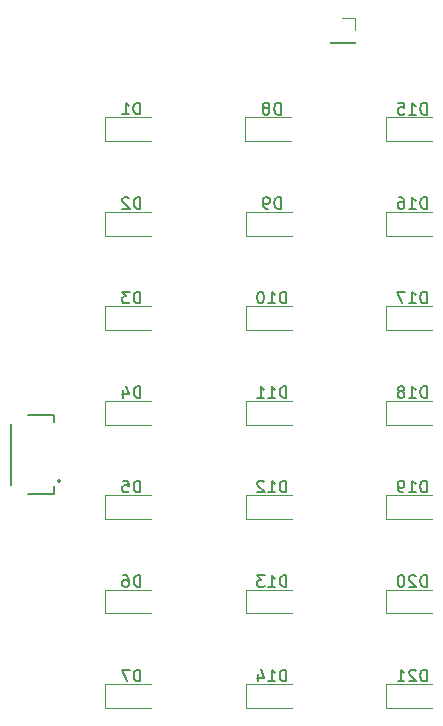
<source format=gbr>
%TF.GenerationSoftware,KiCad,Pcbnew,(6.0.4)*%
%TF.CreationDate,2022-10-14T21:25:15-05:00*%
%TF.ProjectId,KeyPad,4b657950-6164-42e6-9b69-6361645f7063,rev?*%
%TF.SameCoordinates,Original*%
%TF.FileFunction,Legend,Bot*%
%TF.FilePolarity,Positive*%
%FSLAX46Y46*%
G04 Gerber Fmt 4.6, Leading zero omitted, Abs format (unit mm)*
G04 Created by KiCad (PCBNEW (6.0.4)) date 2022-10-14 21:25:15*
%MOMM*%
%LPD*%
G01*
G04 APERTURE LIST*
%ADD10C,0.150000*%
%ADD11C,0.120000*%
%ADD12C,0.127000*%
%ADD13C,0.200000*%
G04 APERTURE END LIST*
D10*
%TO.C,D14*%
X155914285Y-122752380D02*
X155914285Y-121752380D01*
X155676190Y-121752380D01*
X155533333Y-121800000D01*
X155438095Y-121895238D01*
X155390476Y-121990476D01*
X155342857Y-122180952D01*
X155342857Y-122323809D01*
X155390476Y-122514285D01*
X155438095Y-122609523D01*
X155533333Y-122704761D01*
X155676190Y-122752380D01*
X155914285Y-122752380D01*
X154390476Y-122752380D02*
X154961904Y-122752380D01*
X154676190Y-122752380D02*
X154676190Y-121752380D01*
X154771428Y-121895238D01*
X154866666Y-121990476D01*
X154961904Y-122038095D01*
X153533333Y-122085714D02*
X153533333Y-122752380D01*
X153771428Y-121704761D02*
X154009523Y-122419047D01*
X153390476Y-122419047D01*
%TO.C,D5*%
X143538095Y-106752380D02*
X143538095Y-105752380D01*
X143300000Y-105752380D01*
X143157142Y-105800000D01*
X143061904Y-105895238D01*
X143014285Y-105990476D01*
X142966666Y-106180952D01*
X142966666Y-106323809D01*
X143014285Y-106514285D01*
X143061904Y-106609523D01*
X143157142Y-106704761D01*
X143300000Y-106752380D01*
X143538095Y-106752380D01*
X142061904Y-105752380D02*
X142538095Y-105752380D01*
X142585714Y-106228571D01*
X142538095Y-106180952D01*
X142442857Y-106133333D01*
X142204761Y-106133333D01*
X142109523Y-106180952D01*
X142061904Y-106228571D01*
X142014285Y-106323809D01*
X142014285Y-106561904D01*
X142061904Y-106657142D01*
X142109523Y-106704761D01*
X142204761Y-106752380D01*
X142442857Y-106752380D01*
X142538095Y-106704761D01*
X142585714Y-106657142D01*
%TO.C,D9*%
X155438095Y-82752380D02*
X155438095Y-81752380D01*
X155200000Y-81752380D01*
X155057142Y-81800000D01*
X154961904Y-81895238D01*
X154914285Y-81990476D01*
X154866666Y-82180952D01*
X154866666Y-82323809D01*
X154914285Y-82514285D01*
X154961904Y-82609523D01*
X155057142Y-82704761D01*
X155200000Y-82752380D01*
X155438095Y-82752380D01*
X154390476Y-82752380D02*
X154200000Y-82752380D01*
X154104761Y-82704761D01*
X154057142Y-82657142D01*
X153961904Y-82514285D01*
X153914285Y-82323809D01*
X153914285Y-81942857D01*
X153961904Y-81847619D01*
X154009523Y-81800000D01*
X154104761Y-81752380D01*
X154295238Y-81752380D01*
X154390476Y-81800000D01*
X154438095Y-81847619D01*
X154485714Y-81942857D01*
X154485714Y-82180952D01*
X154438095Y-82276190D01*
X154390476Y-82323809D01*
X154295238Y-82371428D01*
X154104761Y-82371428D01*
X154009523Y-82323809D01*
X153961904Y-82276190D01*
X153914285Y-82180952D01*
%TO.C,D3*%
X143538095Y-90752380D02*
X143538095Y-89752380D01*
X143300000Y-89752380D01*
X143157142Y-89800000D01*
X143061904Y-89895238D01*
X143014285Y-89990476D01*
X142966666Y-90180952D01*
X142966666Y-90323809D01*
X143014285Y-90514285D01*
X143061904Y-90609523D01*
X143157142Y-90704761D01*
X143300000Y-90752380D01*
X143538095Y-90752380D01*
X142633333Y-89752380D02*
X142014285Y-89752380D01*
X142347619Y-90133333D01*
X142204761Y-90133333D01*
X142109523Y-90180952D01*
X142061904Y-90228571D01*
X142014285Y-90323809D01*
X142014285Y-90561904D01*
X142061904Y-90657142D01*
X142109523Y-90704761D01*
X142204761Y-90752380D01*
X142490476Y-90752380D01*
X142585714Y-90704761D01*
X142633333Y-90657142D01*
%TO.C,D10*%
X155914285Y-90752380D02*
X155914285Y-89752380D01*
X155676190Y-89752380D01*
X155533333Y-89800000D01*
X155438095Y-89895238D01*
X155390476Y-89990476D01*
X155342857Y-90180952D01*
X155342857Y-90323809D01*
X155390476Y-90514285D01*
X155438095Y-90609523D01*
X155533333Y-90704761D01*
X155676190Y-90752380D01*
X155914285Y-90752380D01*
X154390476Y-90752380D02*
X154961904Y-90752380D01*
X154676190Y-90752380D02*
X154676190Y-89752380D01*
X154771428Y-89895238D01*
X154866666Y-89990476D01*
X154961904Y-90038095D01*
X153771428Y-89752380D02*
X153676190Y-89752380D01*
X153580952Y-89800000D01*
X153533333Y-89847619D01*
X153485714Y-89942857D01*
X153438095Y-90133333D01*
X153438095Y-90371428D01*
X153485714Y-90561904D01*
X153533333Y-90657142D01*
X153580952Y-90704761D01*
X153676190Y-90752380D01*
X153771428Y-90752380D01*
X153866666Y-90704761D01*
X153914285Y-90657142D01*
X153961904Y-90561904D01*
X154009523Y-90371428D01*
X154009523Y-90133333D01*
X153961904Y-89942857D01*
X153914285Y-89847619D01*
X153866666Y-89800000D01*
X153771428Y-89752380D01*
%TO.C,D12*%
X155914285Y-106752380D02*
X155914285Y-105752380D01*
X155676190Y-105752380D01*
X155533333Y-105800000D01*
X155438095Y-105895238D01*
X155390476Y-105990476D01*
X155342857Y-106180952D01*
X155342857Y-106323809D01*
X155390476Y-106514285D01*
X155438095Y-106609523D01*
X155533333Y-106704761D01*
X155676190Y-106752380D01*
X155914285Y-106752380D01*
X154390476Y-106752380D02*
X154961904Y-106752380D01*
X154676190Y-106752380D02*
X154676190Y-105752380D01*
X154771428Y-105895238D01*
X154866666Y-105990476D01*
X154961904Y-106038095D01*
X154009523Y-105847619D02*
X153961904Y-105800000D01*
X153866666Y-105752380D01*
X153628571Y-105752380D01*
X153533333Y-105800000D01*
X153485714Y-105847619D01*
X153438095Y-105942857D01*
X153438095Y-106038095D01*
X153485714Y-106180952D01*
X154057142Y-106752380D01*
X153438095Y-106752380D01*
%TO.C,D17*%
X167814285Y-90752380D02*
X167814285Y-89752380D01*
X167576190Y-89752380D01*
X167433333Y-89800000D01*
X167338095Y-89895238D01*
X167290476Y-89990476D01*
X167242857Y-90180952D01*
X167242857Y-90323809D01*
X167290476Y-90514285D01*
X167338095Y-90609523D01*
X167433333Y-90704761D01*
X167576190Y-90752380D01*
X167814285Y-90752380D01*
X166290476Y-90752380D02*
X166861904Y-90752380D01*
X166576190Y-90752380D02*
X166576190Y-89752380D01*
X166671428Y-89895238D01*
X166766666Y-89990476D01*
X166861904Y-90038095D01*
X165957142Y-89752380D02*
X165290476Y-89752380D01*
X165719047Y-90752380D01*
%TO.C,D19*%
X167814285Y-106752380D02*
X167814285Y-105752380D01*
X167576190Y-105752380D01*
X167433333Y-105800000D01*
X167338095Y-105895238D01*
X167290476Y-105990476D01*
X167242857Y-106180952D01*
X167242857Y-106323809D01*
X167290476Y-106514285D01*
X167338095Y-106609523D01*
X167433333Y-106704761D01*
X167576190Y-106752380D01*
X167814285Y-106752380D01*
X166290476Y-106752380D02*
X166861904Y-106752380D01*
X166576190Y-106752380D02*
X166576190Y-105752380D01*
X166671428Y-105895238D01*
X166766666Y-105990476D01*
X166861904Y-106038095D01*
X165814285Y-106752380D02*
X165623809Y-106752380D01*
X165528571Y-106704761D01*
X165480952Y-106657142D01*
X165385714Y-106514285D01*
X165338095Y-106323809D01*
X165338095Y-105942857D01*
X165385714Y-105847619D01*
X165433333Y-105800000D01*
X165528571Y-105752380D01*
X165719047Y-105752380D01*
X165814285Y-105800000D01*
X165861904Y-105847619D01*
X165909523Y-105942857D01*
X165909523Y-106180952D01*
X165861904Y-106276190D01*
X165814285Y-106323809D01*
X165719047Y-106371428D01*
X165528571Y-106371428D01*
X165433333Y-106323809D01*
X165385714Y-106276190D01*
X165338095Y-106180952D01*
%TO.C,D13*%
X155914285Y-114752380D02*
X155914285Y-113752380D01*
X155676190Y-113752380D01*
X155533333Y-113800000D01*
X155438095Y-113895238D01*
X155390476Y-113990476D01*
X155342857Y-114180952D01*
X155342857Y-114323809D01*
X155390476Y-114514285D01*
X155438095Y-114609523D01*
X155533333Y-114704761D01*
X155676190Y-114752380D01*
X155914285Y-114752380D01*
X154390476Y-114752380D02*
X154961904Y-114752380D01*
X154676190Y-114752380D02*
X154676190Y-113752380D01*
X154771428Y-113895238D01*
X154866666Y-113990476D01*
X154961904Y-114038095D01*
X154057142Y-113752380D02*
X153438095Y-113752380D01*
X153771428Y-114133333D01*
X153628571Y-114133333D01*
X153533333Y-114180952D01*
X153485714Y-114228571D01*
X153438095Y-114323809D01*
X153438095Y-114561904D01*
X153485714Y-114657142D01*
X153533333Y-114704761D01*
X153628571Y-114752380D01*
X153914285Y-114752380D01*
X154009523Y-114704761D01*
X154057142Y-114657142D01*
%TO.C,D21*%
X167814285Y-122752380D02*
X167814285Y-121752380D01*
X167576190Y-121752380D01*
X167433333Y-121800000D01*
X167338095Y-121895238D01*
X167290476Y-121990476D01*
X167242857Y-122180952D01*
X167242857Y-122323809D01*
X167290476Y-122514285D01*
X167338095Y-122609523D01*
X167433333Y-122704761D01*
X167576190Y-122752380D01*
X167814285Y-122752380D01*
X166861904Y-121847619D02*
X166814285Y-121800000D01*
X166719047Y-121752380D01*
X166480952Y-121752380D01*
X166385714Y-121800000D01*
X166338095Y-121847619D01*
X166290476Y-121942857D01*
X166290476Y-122038095D01*
X166338095Y-122180952D01*
X166909523Y-122752380D01*
X166290476Y-122752380D01*
X165338095Y-122752380D02*
X165909523Y-122752380D01*
X165623809Y-122752380D02*
X165623809Y-121752380D01*
X165719047Y-121895238D01*
X165814285Y-121990476D01*
X165909523Y-122038095D01*
%TO.C,D6*%
X143538095Y-114752380D02*
X143538095Y-113752380D01*
X143300000Y-113752380D01*
X143157142Y-113800000D01*
X143061904Y-113895238D01*
X143014285Y-113990476D01*
X142966666Y-114180952D01*
X142966666Y-114323809D01*
X143014285Y-114514285D01*
X143061904Y-114609523D01*
X143157142Y-114704761D01*
X143300000Y-114752380D01*
X143538095Y-114752380D01*
X142109523Y-113752380D02*
X142300000Y-113752380D01*
X142395238Y-113800000D01*
X142442857Y-113847619D01*
X142538095Y-113990476D01*
X142585714Y-114180952D01*
X142585714Y-114561904D01*
X142538095Y-114657142D01*
X142490476Y-114704761D01*
X142395238Y-114752380D01*
X142204761Y-114752380D01*
X142109523Y-114704761D01*
X142061904Y-114657142D01*
X142014285Y-114561904D01*
X142014285Y-114323809D01*
X142061904Y-114228571D01*
X142109523Y-114180952D01*
X142204761Y-114133333D01*
X142395238Y-114133333D01*
X142490476Y-114180952D01*
X142538095Y-114228571D01*
X142585714Y-114323809D01*
%TO.C,D18*%
X167814285Y-98752380D02*
X167814285Y-97752380D01*
X167576190Y-97752380D01*
X167433333Y-97800000D01*
X167338095Y-97895238D01*
X167290476Y-97990476D01*
X167242857Y-98180952D01*
X167242857Y-98323809D01*
X167290476Y-98514285D01*
X167338095Y-98609523D01*
X167433333Y-98704761D01*
X167576190Y-98752380D01*
X167814285Y-98752380D01*
X166290476Y-98752380D02*
X166861904Y-98752380D01*
X166576190Y-98752380D02*
X166576190Y-97752380D01*
X166671428Y-97895238D01*
X166766666Y-97990476D01*
X166861904Y-98038095D01*
X165719047Y-98180952D02*
X165814285Y-98133333D01*
X165861904Y-98085714D01*
X165909523Y-97990476D01*
X165909523Y-97942857D01*
X165861904Y-97847619D01*
X165814285Y-97800000D01*
X165719047Y-97752380D01*
X165528571Y-97752380D01*
X165433333Y-97800000D01*
X165385714Y-97847619D01*
X165338095Y-97942857D01*
X165338095Y-97990476D01*
X165385714Y-98085714D01*
X165433333Y-98133333D01*
X165528571Y-98180952D01*
X165719047Y-98180952D01*
X165814285Y-98228571D01*
X165861904Y-98276190D01*
X165909523Y-98371428D01*
X165909523Y-98561904D01*
X165861904Y-98657142D01*
X165814285Y-98704761D01*
X165719047Y-98752380D01*
X165528571Y-98752380D01*
X165433333Y-98704761D01*
X165385714Y-98657142D01*
X165338095Y-98561904D01*
X165338095Y-98371428D01*
X165385714Y-98276190D01*
X165433333Y-98228571D01*
X165528571Y-98180952D01*
%TO.C,D1*%
X143528095Y-74742380D02*
X143528095Y-73742380D01*
X143290000Y-73742380D01*
X143147142Y-73790000D01*
X143051904Y-73885238D01*
X143004285Y-73980476D01*
X142956666Y-74170952D01*
X142956666Y-74313809D01*
X143004285Y-74504285D01*
X143051904Y-74599523D01*
X143147142Y-74694761D01*
X143290000Y-74742380D01*
X143528095Y-74742380D01*
X142004285Y-74742380D02*
X142575714Y-74742380D01*
X142290000Y-74742380D02*
X142290000Y-73742380D01*
X142385238Y-73885238D01*
X142480476Y-73980476D01*
X142575714Y-74028095D01*
%TO.C,D11*%
X155914285Y-98752380D02*
X155914285Y-97752380D01*
X155676190Y-97752380D01*
X155533333Y-97800000D01*
X155438095Y-97895238D01*
X155390476Y-97990476D01*
X155342857Y-98180952D01*
X155342857Y-98323809D01*
X155390476Y-98514285D01*
X155438095Y-98609523D01*
X155533333Y-98704761D01*
X155676190Y-98752380D01*
X155914285Y-98752380D01*
X154390476Y-98752380D02*
X154961904Y-98752380D01*
X154676190Y-98752380D02*
X154676190Y-97752380D01*
X154771428Y-97895238D01*
X154866666Y-97990476D01*
X154961904Y-98038095D01*
X153438095Y-98752380D02*
X154009523Y-98752380D01*
X153723809Y-98752380D02*
X153723809Y-97752380D01*
X153819047Y-97895238D01*
X153914285Y-97990476D01*
X154009523Y-98038095D01*
%TO.C,D4*%
X143538095Y-98752380D02*
X143538095Y-97752380D01*
X143300000Y-97752380D01*
X143157142Y-97800000D01*
X143061904Y-97895238D01*
X143014285Y-97990476D01*
X142966666Y-98180952D01*
X142966666Y-98323809D01*
X143014285Y-98514285D01*
X143061904Y-98609523D01*
X143157142Y-98704761D01*
X143300000Y-98752380D01*
X143538095Y-98752380D01*
X142109523Y-98085714D02*
X142109523Y-98752380D01*
X142347619Y-97704761D02*
X142585714Y-98419047D01*
X141966666Y-98419047D01*
%TO.C,D7*%
X143538095Y-122752380D02*
X143538095Y-121752380D01*
X143300000Y-121752380D01*
X143157142Y-121800000D01*
X143061904Y-121895238D01*
X143014285Y-121990476D01*
X142966666Y-122180952D01*
X142966666Y-122323809D01*
X143014285Y-122514285D01*
X143061904Y-122609523D01*
X143157142Y-122704761D01*
X143300000Y-122752380D01*
X143538095Y-122752380D01*
X142633333Y-121752380D02*
X141966666Y-121752380D01*
X142395238Y-122752380D01*
%TO.C,D16*%
X167814285Y-82752380D02*
X167814285Y-81752380D01*
X167576190Y-81752380D01*
X167433333Y-81800000D01*
X167338095Y-81895238D01*
X167290476Y-81990476D01*
X167242857Y-82180952D01*
X167242857Y-82323809D01*
X167290476Y-82514285D01*
X167338095Y-82609523D01*
X167433333Y-82704761D01*
X167576190Y-82752380D01*
X167814285Y-82752380D01*
X166290476Y-82752380D02*
X166861904Y-82752380D01*
X166576190Y-82752380D02*
X166576190Y-81752380D01*
X166671428Y-81895238D01*
X166766666Y-81990476D01*
X166861904Y-82038095D01*
X165433333Y-81752380D02*
X165623809Y-81752380D01*
X165719047Y-81800000D01*
X165766666Y-81847619D01*
X165861904Y-81990476D01*
X165909523Y-82180952D01*
X165909523Y-82561904D01*
X165861904Y-82657142D01*
X165814285Y-82704761D01*
X165719047Y-82752380D01*
X165528571Y-82752380D01*
X165433333Y-82704761D01*
X165385714Y-82657142D01*
X165338095Y-82561904D01*
X165338095Y-82323809D01*
X165385714Y-82228571D01*
X165433333Y-82180952D01*
X165528571Y-82133333D01*
X165719047Y-82133333D01*
X165814285Y-82180952D01*
X165861904Y-82228571D01*
X165909523Y-82323809D01*
%TO.C,D8*%
X155428095Y-74752380D02*
X155428095Y-73752380D01*
X155190000Y-73752380D01*
X155047142Y-73800000D01*
X154951904Y-73895238D01*
X154904285Y-73990476D01*
X154856666Y-74180952D01*
X154856666Y-74323809D01*
X154904285Y-74514285D01*
X154951904Y-74609523D01*
X155047142Y-74704761D01*
X155190000Y-74752380D01*
X155428095Y-74752380D01*
X154285238Y-74180952D02*
X154380476Y-74133333D01*
X154428095Y-74085714D01*
X154475714Y-73990476D01*
X154475714Y-73942857D01*
X154428095Y-73847619D01*
X154380476Y-73800000D01*
X154285238Y-73752380D01*
X154094761Y-73752380D01*
X153999523Y-73800000D01*
X153951904Y-73847619D01*
X153904285Y-73942857D01*
X153904285Y-73990476D01*
X153951904Y-74085714D01*
X153999523Y-74133333D01*
X154094761Y-74180952D01*
X154285238Y-74180952D01*
X154380476Y-74228571D01*
X154428095Y-74276190D01*
X154475714Y-74371428D01*
X154475714Y-74561904D01*
X154428095Y-74657142D01*
X154380476Y-74704761D01*
X154285238Y-74752380D01*
X154094761Y-74752380D01*
X153999523Y-74704761D01*
X153951904Y-74657142D01*
X153904285Y-74561904D01*
X153904285Y-74371428D01*
X153951904Y-74276190D01*
X153999523Y-74228571D01*
X154094761Y-74180952D01*
%TO.C,D20*%
X167804285Y-114752380D02*
X167804285Y-113752380D01*
X167566190Y-113752380D01*
X167423333Y-113800000D01*
X167328095Y-113895238D01*
X167280476Y-113990476D01*
X167232857Y-114180952D01*
X167232857Y-114323809D01*
X167280476Y-114514285D01*
X167328095Y-114609523D01*
X167423333Y-114704761D01*
X167566190Y-114752380D01*
X167804285Y-114752380D01*
X166851904Y-113847619D02*
X166804285Y-113800000D01*
X166709047Y-113752380D01*
X166470952Y-113752380D01*
X166375714Y-113800000D01*
X166328095Y-113847619D01*
X166280476Y-113942857D01*
X166280476Y-114038095D01*
X166328095Y-114180952D01*
X166899523Y-114752380D01*
X166280476Y-114752380D01*
X165661428Y-113752380D02*
X165566190Y-113752380D01*
X165470952Y-113800000D01*
X165423333Y-113847619D01*
X165375714Y-113942857D01*
X165328095Y-114133333D01*
X165328095Y-114371428D01*
X165375714Y-114561904D01*
X165423333Y-114657142D01*
X165470952Y-114704761D01*
X165566190Y-114752380D01*
X165661428Y-114752380D01*
X165756666Y-114704761D01*
X165804285Y-114657142D01*
X165851904Y-114561904D01*
X165899523Y-114371428D01*
X165899523Y-114133333D01*
X165851904Y-113942857D01*
X165804285Y-113847619D01*
X165756666Y-113800000D01*
X165661428Y-113752380D01*
%TO.C,D2*%
X143538095Y-82752380D02*
X143538095Y-81752380D01*
X143300000Y-81752380D01*
X143157142Y-81800000D01*
X143061904Y-81895238D01*
X143014285Y-81990476D01*
X142966666Y-82180952D01*
X142966666Y-82323809D01*
X143014285Y-82514285D01*
X143061904Y-82609523D01*
X143157142Y-82704761D01*
X143300000Y-82752380D01*
X143538095Y-82752380D01*
X142585714Y-81847619D02*
X142538095Y-81800000D01*
X142442857Y-81752380D01*
X142204761Y-81752380D01*
X142109523Y-81800000D01*
X142061904Y-81847619D01*
X142014285Y-81942857D01*
X142014285Y-82038095D01*
X142061904Y-82180952D01*
X142633333Y-82752380D01*
X142014285Y-82752380D01*
%TO.C,D15*%
X167804285Y-74752380D02*
X167804285Y-73752380D01*
X167566190Y-73752380D01*
X167423333Y-73800000D01*
X167328095Y-73895238D01*
X167280476Y-73990476D01*
X167232857Y-74180952D01*
X167232857Y-74323809D01*
X167280476Y-74514285D01*
X167328095Y-74609523D01*
X167423333Y-74704761D01*
X167566190Y-74752380D01*
X167804285Y-74752380D01*
X166280476Y-74752380D02*
X166851904Y-74752380D01*
X166566190Y-74752380D02*
X166566190Y-73752380D01*
X166661428Y-73895238D01*
X166756666Y-73990476D01*
X166851904Y-74038095D01*
X165375714Y-73752380D02*
X165851904Y-73752380D01*
X165899523Y-74228571D01*
X165851904Y-74180952D01*
X165756666Y-74133333D01*
X165518571Y-74133333D01*
X165423333Y-74180952D01*
X165375714Y-74228571D01*
X165328095Y-74323809D01*
X165328095Y-74561904D01*
X165375714Y-74657142D01*
X165423333Y-74704761D01*
X165518571Y-74752380D01*
X165756666Y-74752380D01*
X165851904Y-74704761D01*
X165899523Y-74657142D01*
D11*
%TO.C,REF\u002A\u002A*%
X161700000Y-68660000D02*
X159580000Y-68660000D01*
X159580000Y-68600000D02*
X159580000Y-68660000D01*
X161700000Y-68600000D02*
X159580000Y-68600000D01*
X161700000Y-66540000D02*
X160640000Y-66540000D01*
X161700000Y-67600000D02*
X161700000Y-66540000D01*
X161700000Y-68600000D02*
X161700000Y-68660000D01*
%TO.C,D14*%
X152450000Y-125000000D02*
X152450000Y-123000000D01*
X152450000Y-123000000D02*
X156350000Y-123000000D01*
X152450000Y-125000000D02*
X156350000Y-125000000D01*
%TO.C,D5*%
X140550000Y-109000000D02*
X140550000Y-107000000D01*
X140550000Y-107000000D02*
X144450000Y-107000000D01*
X140550000Y-109000000D02*
X144450000Y-109000000D01*
%TO.C,D9*%
X152450000Y-85000000D02*
X152450000Y-83000000D01*
X152450000Y-85000000D02*
X156350000Y-85000000D01*
X152450000Y-83000000D02*
X156350000Y-83000000D01*
%TO.C,D3*%
X140550000Y-93000000D02*
X144450000Y-93000000D01*
X140550000Y-91000000D02*
X144450000Y-91000000D01*
X140550000Y-93000000D02*
X140550000Y-91000000D01*
%TO.C,D10*%
X152450000Y-93000000D02*
X156350000Y-93000000D01*
X152450000Y-91000000D02*
X156350000Y-91000000D01*
X152450000Y-93000000D02*
X152450000Y-91000000D01*
%TO.C,D12*%
X152450000Y-107000000D02*
X156350000Y-107000000D01*
X152450000Y-109000000D02*
X156350000Y-109000000D01*
X152450000Y-109000000D02*
X152450000Y-107000000D01*
%TO.C,D17*%
X164350000Y-91000000D02*
X168250000Y-91000000D01*
X164350000Y-93000000D02*
X168250000Y-93000000D01*
X164350000Y-93000000D02*
X164350000Y-91000000D01*
%TO.C,D19*%
X164350000Y-109000000D02*
X164350000Y-107000000D01*
X164350000Y-107000000D02*
X168250000Y-107000000D01*
X164350000Y-109000000D02*
X168250000Y-109000000D01*
%TO.C,D13*%
X152450000Y-117000000D02*
X156350000Y-117000000D01*
X152450000Y-117000000D02*
X152450000Y-115000000D01*
X152450000Y-115000000D02*
X156350000Y-115000000D01*
%TO.C,D21*%
X164350000Y-123000000D02*
X168250000Y-123000000D01*
X164350000Y-125000000D02*
X168250000Y-125000000D01*
X164350000Y-125000000D02*
X164350000Y-123000000D01*
%TO.C,D6*%
X140550000Y-115000000D02*
X144450000Y-115000000D01*
X140550000Y-117000000D02*
X144450000Y-117000000D01*
X140550000Y-117000000D02*
X140550000Y-115000000D01*
%TO.C,D18*%
X164350000Y-101000000D02*
X164350000Y-99000000D01*
X164350000Y-101000000D02*
X168250000Y-101000000D01*
X164350000Y-99000000D02*
X168250000Y-99000000D01*
%TO.C,D1*%
X140540000Y-74990000D02*
X144440000Y-74990000D01*
X140540000Y-76990000D02*
X144440000Y-76990000D01*
X140540000Y-76990000D02*
X140540000Y-74990000D01*
%TO.C,D11*%
X152450000Y-101000000D02*
X152450000Y-99000000D01*
X152450000Y-101000000D02*
X156350000Y-101000000D01*
X152450000Y-99000000D02*
X156350000Y-99000000D01*
%TO.C,D4*%
X140550000Y-101000000D02*
X144450000Y-101000000D01*
X140550000Y-99000000D02*
X144450000Y-99000000D01*
X140550000Y-101000000D02*
X140550000Y-99000000D01*
%TO.C,D7*%
X140550000Y-123000000D02*
X144450000Y-123000000D01*
X140550000Y-125000000D02*
X144450000Y-125000000D01*
X140550000Y-125000000D02*
X140550000Y-123000000D01*
%TO.C,D16*%
X164350000Y-85000000D02*
X164350000Y-83000000D01*
X164350000Y-83000000D02*
X168250000Y-83000000D01*
X164350000Y-85000000D02*
X168250000Y-85000000D01*
%TO.C,D8*%
X152440000Y-75000000D02*
X156340000Y-75000000D01*
X152440000Y-77000000D02*
X152440000Y-75000000D01*
X152440000Y-77000000D02*
X156340000Y-77000000D01*
%TO.C,D20*%
X164340000Y-115000000D02*
X168240000Y-115000000D01*
X164340000Y-117000000D02*
X168240000Y-117000000D01*
X164340000Y-117000000D02*
X164340000Y-115000000D01*
%TO.C,D2*%
X140550000Y-85000000D02*
X144450000Y-85000000D01*
X140550000Y-83000000D02*
X144450000Y-83000000D01*
X140550000Y-85000000D02*
X140550000Y-83000000D01*
D12*
%TO.C,J1*%
X136220000Y-106870000D02*
X134020000Y-106870000D01*
X136220000Y-100820000D02*
X136220000Y-100170000D01*
X136220000Y-106220000D02*
X136220000Y-106870000D01*
X132620000Y-106120000D02*
X132620000Y-100920000D01*
X136220000Y-100170000D02*
X134020000Y-100170000D01*
D13*
X136755000Y-105775000D02*
G75*
G03*
X136755000Y-105775000I-100000J0D01*
G01*
D11*
%TO.C,D15*%
X164340000Y-77000000D02*
X164340000Y-75000000D01*
X164340000Y-77000000D02*
X168240000Y-77000000D01*
X164340000Y-75000000D02*
X168240000Y-75000000D01*
%TD*%
M02*

</source>
